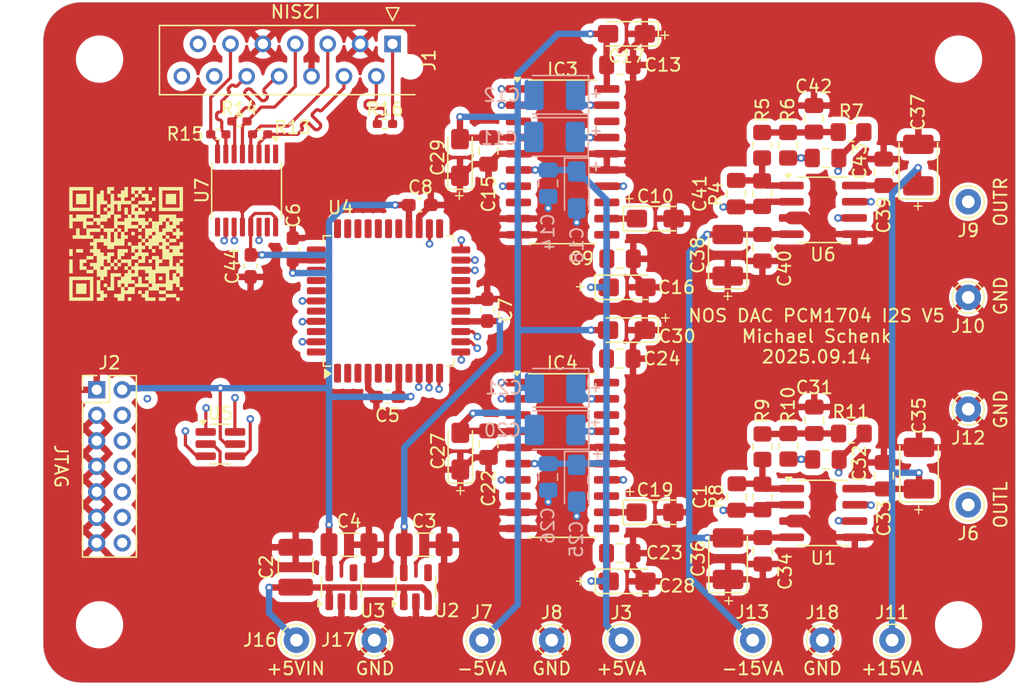
<source format=kicad_pcb>
(kicad_pcb (version 20241229) (generator "pcbnew") (generator_version "9.0")
  (layers (0 "F.Cu" mixed) (4 "In1.Cu" signal) (6 "In2.Cu" signal) (2 "B.Cu" mixed) (13 "F.Paste" user) (15 "B.Paste" user) (5 "F.SilkS" user "F.Silkscreen") (7 "B.SilkS" user "B.Silkscreen") (1 "F.Mask" user) (3 "B.Mask" user) (25 "Edge.Cuts" user))
  (net 0 "")
  (net 1 "GND")
  (net 2 "+3V3")
  (net 3 "+1V8")
  (net 4 "Net-(IC4-IOUT)")
  (net 5 "JTAG_TCK")
  (net 6 "JTAG_TDO")
  (net 7 "JTAG_TDI")
  (net 8 "JTAG_TMS")
  (net 10 "BCK")
  (net 11 "LRCK")
  (net 12 "DATAIN")
  (net 13 "DATAOUTR")
  (net 14 "DATAOUTL")
  (net 15 "+5VA")
  (net 16 "Net-(J16-Pin_1)")
  (net 17 "-5VA")
  (net 18 "-15V")
  (net 19 "+15V")
  (net 20 "Net-(IC4-BPO_DC)")
  (net 21 "Net-(IC4-SERV_DC)")
  (net 22 "LEOUTR")
  (net 23 "CLKOUTR")
  (net 24 "LEOUTL")
  (net 25 "CLKOUTL")
  (net 26 "Net-(C1-Pad2)")
  (net 27 "Net-(IC4-REF_DC)")
  (net 28 "Net-(C31-Pad1)")
  (net 29 "Net-(U1B--)")
  (net 30 "Net-(J6-Pin_1)")
  (net 31 "Net-(C41-Pad2)")
  (net 32 "Net-(C42-Pad1)")
  (net 33 "Net-(J9-Pin_1)")
  (net 34 "Net-(U6B--)")
  (net 35 "SDA")
  (net 38 "Net-(IC3-BPO_DC)")
  (net 39 "Net-(IC3-SERV_DC)")
  (net 40 "SCL")
  (net 42 "Net-(IC3-REF_DC)")
  (net 43 "Net-(IC3-IOUT)")
  (net 76 "RESET")
  (net 81 "/BCLK+")
  (net 82 "/DATAIN-")
  (net 83 "/DATAIN+")
  (net 84 "/MCLK+")
  (net 85 "/MCLK-")
  (net 86 "/LRCLK+")
  (net 87 "/LRCLK-")
  (net 88 "/BCLK-")
  (footprint "MountingHole:MountingHole_3.2mm_M3" (layer "F.Cu") (at 113.03 66.04)
    (property "Reference" "H1" (hide yes))
    (property "Value" "MountingHole")
  )
  (footprint "MountingHole:MountingHole_3.2mm_M3" (layer "F.Cu") (at 113.03 110.363)
    (property "Reference" "H4" (hide yes))
    (property "Value" "MountingHole")
  )
  (footprint "MountingHole:MountingHole_3.2mm_M3" (layer "F.Cu") (at 180.34 110.363)
    (property "Reference" "H3" (hide yes))
    (property "Value" "MountingHole")
  )
  (footprint "MountingHole:MountingHole_3.2mm_M3" (layer "F.Cu") (at 180.34 66.04)
    (property "Reference" "H2" (hide yes))
    (property "Value" "MountingHole")
  )
  (footprint "Capacitor_SMD:C_0603_1608Metric_Pad1.08x0.95mm_HandSolder" (layer "F.Cu") (at 135.5863 92.5068)
    (property "Reference" "C5")
    (property "Value" "1uF")
  )
  (footprint "Package_QFP:TQFP-44_10x10mm_P0.8mm" (layer "F.Cu") (at 135.6764 84.9884 90)
    (property "Reference" "U4")
    (property "Value" "XC2C64A-xVQ44")
  )
  (footprint "Capacitor_SMD:C_0603_1608Metric_Pad1.08x0.95mm_HandSolder" (layer "F.Cu") (at 128.1684 80.9255 -90)
    (property "Reference" "C6")
    (property "Value" "1uF")
  )
  (footprint "Capacitor_SMD:C_0603_1608Metric_Pad1.08x0.95mm_HandSolder" (layer "F.Cu") (at 143.4084 85.7007 -90)
    (property "Reference" "C7")
    (property "Value" "1uF")
  )
  (footprint "Capacitor_SMD:C_0603_1608Metric_Pad1.08x0.95mm_HandSolder" (layer "F.Cu") (at 138.1241 77.47 180)
    (property "Reference" "C8")
    (property "Value" "1uF")
  )
  (footprint "Connector_PinHeader_2.00mm:PinHeader_2x07_P2.00mm_Vertical" (layer "F.Cu") (at 112.808 91.948)
    (property "Reference" "J2")
    (property "Value" "Conn_02x07_Odd_Even")
  )
  (footprint "Package_TO_SOT_SMD:SC-74-6_1.55x2.9mm_P0.95mm" (layer "F.Cu") (at 122.497 96.2025)
    (property "Reference" "U5")
    (property "Value" "CM1293A−04SO")
  )
  (footprint "Connector_Pin:Pin_D1.0mm_L10.0mm" (layer "F.Cu") (at 181.102 84.709)
    (property "Reference" "J10")
    (property "Value" "GND")
  )
  (footprint "Connector_Pin:Pin_D1.0mm_L10.0mm" (layer "F.Cu") (at 175.133 111.5695)
    (property "Reference" "J11")
    (property "Value" "+15VAIN")
  )
  (footprint "Connector_Pin:Pin_D1.0mm_L10.0mm" (layer "F.Cu") (at 164.211 111.5695)
    (property "Reference" "J13")
    (property "Value" "-15VAIN")
  )
  (footprint "Connector_Pin:Pin_D1.0mm_L10.0mm" (layer "F.Cu") (at 169.672 111.5695)
    (property "Reference" "J18")
    (property "Value" "GND")
  )
  (footprint "Capacitor_Tantalum_SMD:CP_EIA-3216-18_Kemet-A_HandSolder" (layer "F.Cu") (at 156.5533 101.5492)
    (property "Reference" "C19")
    (property "Value" "100uF")
  )
  (footprint "Connector_Pin:Pin_D1.0mm_L10.0mm" (layer "F.Cu") (at 181.102 100.965)
    (property "Reference" "J6")
    (property "Value" "OUT")
  )
  (footprint "Connector_Pin:Pin_D1.0mm_L10.0mm" (layer "F.Cu") (at 181.102 93.472)
    (property "Reference" "J12")
    (property "Value" "GND")
  )
  (footprint "Capacitor_SMD:C_0805_2012Metric_Pad1.18x1.45mm_HandSolder" (layer "F.Cu") (at 162.9664 100.3515 90)
    (property "Reference" "C1")
    (property "Value" "47pF")
  )
  (footprint "Capacitor_SMD:C_0805_2012Metric_Pad1.18x1.45mm_HandSolder" (layer "F.Cu") (at 169.037 94.3395 90)
    (property "Reference" "C31")
    (property "Value" "1nF")
  )
  (footprint "Capacitor_SMD:C_0805_2012Metric_Pad1.18x1.45mm_HandSolder" (layer "F.Cu") (at 169.9475 97.409)
    (property "Reference" "C32")
    (property "Value" "270pF")
  )
  (footprint "Capacitor_Tantalum_SMD:CP_EIA-3528-12_Kemet-T_HandSolder" (layer "F.Cu") (at 177.2412 98.0929 90)
    (property "Reference" "C35")
    (property "Value" "10uF/25V")
  )
  (footprint "Capacitor_Tantalum_SMD:CP_EIA-3528-12_Kemet-T_HandSolder" (layer "F.Cu") (at 162.2806 105.1833 90)
    (property "Reference" "C36")
    (property "Value" "10uF/25V")
  )
  (footprint "Resistor_SMD:R_0805_2012Metric_Pad1.20x1.40mm_HandSolder" (layer "F.Cu") (at 164.973 100.346 -90)
    (property "Reference" "R8")
    (property "Value" "2.5k")
  )
  (footprint "Resistor_SMD:R_0805_2012Metric_Pad1.20x1.40mm_HandSolder" (layer "F.Cu") (at 164.973 96.409 -90)
    (property "Reference" "R9")
    (property "Value" "4.7k")
  )
  (footprint "Resistor_SMD:R_0805_2012Metric_Pad1.20x1.40mm_HandSolder" (layer "F.Cu") (at 167.005 96.377 -90)
    (property "Reference" "R10")
    (property "Value" "4.7k")
  )
  (footprint "Resistor_SMD:R_0805_2012Metric_Pad1.20x1.40mm_HandSolder" (layer "F.Cu") (at 171.942 95.377 180)
    (property "Reference" "R11")
    (property "Value" "2k")
  )
  (footprint "Capacitor_SMD:C_0805_2012Metric_Pad1.18x1.45mm_HandSolder" (layer "F.Cu") (at 174.498 98.6829 90)
    (property "Reference" "C33")
    (property "Value" "1uF")
  )
  (footprint "Capacitor_SMD:C_0805_2012Metric_Pad1.18x1.45mm_HandSolder" (layer "F.Cu") (at 164.9984 104.5679 90)
    (property "Reference" "C34")
    (property "Value" "1uF")
  )
  (footprint "Package_SO:SOIC-8_3.9x4.9mm_P1.27mm" (layer "F.Cu") (at 169.737 101.6)
    (property "Reference" "U1")
    (property "Value" "OPA1612")
  )
  (footprint "Capacitor_Tantalum_SMD:CP_EIA-3216-18_Kemet-A_HandSolder" (layer "F.Cu") (at 141.3002 96.7617 90)
    (property "Reference" "C27")
    (property "Value" "10uF/10V")
  )
  (footprint "Capacitor_Tantalum_SMD:CP_EIA-3216-18_Kemet-A_HandSolder" (layer "F.Cu") (at 154.3689 106.9594)
    (property "Reference" "C28")
    (property "Value" "10uF/10V")
  )
  (footprint "Capacitor_Tantalum_SMD:CP_EIA-3216-18_Kemet-A_HandSolder" (layer "F.Cu") (at 154.3181 87.2744 180)
    (property "Reference" "C30")
    (property "Value" "10uF/10V")
  )
  (footprint "Capacitor_Tantalum_SMD:CP_EIA-3216-18_Kemet-A_HandSolder" (layer "F.Cu") (at 154.3689 83.9216)
    (property "Reference" "C16")
    (property "Value" "10uF/10V")
  )
  (footprint "Capacitor_Tantalum_SMD:CP_EIA-3216-18_Kemet-A_HandSolder" (layer "F.Cu") (at 154.3181 64.0588 180)
    (property "Reference" "C17")
    (property "Value" "10uF/10V")
  )
  (footprint "Capacitor_Tantalum_SMD:CP_EIA-3216-18_Kemet-A_HandSolder" (layer "F.Cu") (at 141.2748 73.7493 90)
    (property "Reference" "C29")
    (property "Value" "10uF/10V")
  )
  (footprint "Capacitor_Tantalum_SMD:CP_EIA-3528-12_Kemet-T_HandSolder" (layer "F.Cu") (at 177.1904 74.3439 90)
    (property "Reference" "C37")
    (property "Value" "10uF/25V")
  )
  (footprint "Resistor_SMD:R_0805_2012Metric_Pad1.20x1.40mm_HandSolder" (layer "F.Cu") (at 171.9166 71.755 180)
    (property "Reference" "R7")
    (property "Value" "2k")
  )
  (footprint "Resistor_SMD:R_0805_2012Metric_Pad1.20x1.40mm_HandSolder" (layer "F.Cu") (at 164.9476 76.581 -90)
    (property "Reference" "R4")
    (property "Value" "2.5k")
  )
  (footprint "Capacitor_SMD:C_0805_2012Metric_Pad1.18x1.45mm_HandSolder" (layer "F.Cu") (at 153.8177 81.6864)
    (property "Reference" "C9")
    (property "Value" "1uF")
  )
  (footprint "Capacitor_SMD:C_0805_2012Metric_Pad1.18x1.45mm_HandSolder" (layer "F.Cu") (at 153.7931 89.5096)
    (property "Reference" "C24")
    (property "Value" "1uF")
  )
  (footprint "Package_SO:SOIC-8_3.9x4.9mm_P1.27mm" (layer "F.Cu") (at 169.7101 77.851)
    (property "Reference" "U6")
    (property "Value" "OPA1612")
  )
  (footprint "Capacitor_SMD:C_0805_2012Metric_Pad1.18x1.45mm_HandSolder" (layer "F.Cu") (at 153.7931 104.7496)
    (property "Reference" "C23")
    (property "Value" "1uF")
  )
  (footprint "Capacitor_SMD:C_0805_2012Metric_Pad1.18x1.45mm_HandSolder" (layer "F.Cu") (at 143.51 96.2113 -90)
    (property "Reference" "C22")
    (property "Value" "1uF")
  )
  (footprint "Capacitor_SMD:C_0805_2012Metric_Pad1.18x1.45mm_HandSolder" (layer "F.Cu") (at 143.51 73.2321 -90)
    (property "Reference" "C15")
    (property "Value" "1uF")
  )
  (footprint "Capacitor_SMD:C_0805_2012Metric_Pad1.18x1.45mm_HandSolder" (layer "F.Cu") (at 169.9221 73.787)
    (property "Reference" "C43")
    (property "Value" "270pF")
  )
  (footprint "Resistor_SMD:R_0805_2012Metric_Pad1.20x1.40mm_HandSolder" (layer "F.Cu") (at 164.9476 72.787 -90)
    (property "Reference" "R5")
    (property "Value" "4.7k")
  )
  (footprint "Capacitor_SMD:C_0805_2012Metric_Pad1.18x1.45mm_HandSolder" (layer "F.Cu") (at 169.0116 70.7175 90)
    (property "Reference" "C42")
    (property "Value" "1nF")
  )
  (footprint "Resistor_SMD:R_0805_2012Metric_Pad1.20x1.40mm_HandSolder" (layer "F.Cu") (at 166.9796 72.787 -90)
    (property "Reference" "R6")
    (property "Value" "4.7k")
  )
  (footprint "Capacitor_SMD:C_0805_2012Metric_Pad1.18x1.45mm_HandSolder" (layer "F.Cu") (at 162.9156 76.581 90)
    (property "Reference" "C41")
    (property "Value" "47pF")
  )
  (footprint "Capacitor_SMD:C_0805_2012Metric_Pad1.18x1.45mm_HandSolder" (layer "F.Cu") (at 164.973 80.8181 90)
    (property "Reference" "C40")
    (property "Value" "1uF")
  )
  (footprint "Capacitor_SMD:C_0805_2012Metric_Pad1.18x1.45mm_HandSolder" (layer "F.Cu") (at 153.8009 66.4972)
    (property "Reference" "C13")
    (property "Value" "1uF")
  )
  (footprint "Capacitor_SMD:C_0805_2012Metric_Pad1.18x1.45mm_HandSolder" (layer "F.Cu") (at 174.4726 74.9085 90)
    (property "Reference" "C39")
    (property "Value" "1uF")
  )
  (footprint "Capacitor_Tantalum_SMD:CP_EIA-3528-12_Kemet-T_HandSolder" (layer "F.Cu") (at 162.2552 81.4089 90)
    (property "Reference" "C38")
    (property "Value" "10uF/25V")
  )
  (footprint "Capacitor_Tantalum_SMD:CP_EIA-3216-18_Kemet-A_HandSolder" (layer "F.Cu") (at 156.5779 78.5368)
    (property "Reference" "C10")
    (property "Value" "100uF")
  )
  (footprint "Connector_Pin:Pin_D1.0mm_L10.0mm" (layer "F.Cu") (at 153.924 111.5695)
    (property "Reference" "J3")
    (property "Value" "+5VAIN")
  )
  (footprint "Connector_Pin:Pin_D1.0mm_L10.0mm" (layer "F.Cu") (at 143.002 111.5695)
    (property "Reference" "J7")
    (property "Value" "-5VAIN")
  )
  (footprint "Connector_Pin:Pin_D1.0mm_L10.0mm" (layer "F.Cu") (at 148.463 111.5695)
    (property "Reference" "J8")
    (property "Value" "GND")
  )
  (footprint "Connector_Pin:Pin_D1.0mm_L10.0mm" (layer "F.Cu") (at 181.102 77.216)
    (property "Reference" "J9")
    (property "Value" "OUT")
  )
  (footprint "Connector_Pin:Pin_D1.0mm_L10.0mm" (layer "F.Cu") (at 128.4605 111.5695)
    (property "Reference" "J16")
    (property "Value" "+5VIN")
  )
  (footprint "Connector_Pin:Pin_D1.0mm_L10.0mm" (layer "F.Cu") (at 134.5565 111.5695)
    (property "Reference" "J17")
    (property "Value" "GND")
  )
  (footprint "Package_TO_SOT_SMD:SOT-23-5" (layer "F.Cu") (at 137.8204 107.4215 90)
    (property "Reference" "U2")
    (property "Value" "MIC5317-1.8YM5-TR")
  )
  (footprint "Package_TO_SOT_SMD:SOT-23-5" (layer "F.Cu") (at 131.9834 107.4215 90)
    (property "Reference" "U3")
    (property "Value" "MIC5317-3.3YM5-TR")
  )
  (footprint "Capacitor_SMD:C_1210_3225Metric_Pad1.33x2.70mm_HandSolder" (layer "F.Cu") (at 128.397 105.8541 90)
    (property "Reference" "C2")
    (property "Value" "22uF/25V")
  )
  (footprint "Capacitor_SMD:C_1206_3216Metric_Pad1.33x1.80mm_HandSolder" (layer "F.Cu") (at 138.4685 104.0892)
    (property "Reference" "C3")
    (property "Value" "10uF/50V")
  )
  (footprint "Capacitor_SMD:C_1206_3216Metric_Pad1.33x1.80mm_HandSolder" (layer "F.Cu") (at 132.5757 104.0892)
    (property "Reference" "C4")
    (property "Value" "10uF/50V")
  )
  (footprint "Resistor_SMD:R_0402_1005Metric_Pad0.72x0.64mm_HandSolder" (layer "F.Cu") (at 135.3953 71.12)
    (property "Reference" "R16")
    (property "Value" "100R")
  )
  (footprint "Capacitor_SMD:C_0603_1608Metric_Pad1.08x0.95mm_HandSolder" (layer "F.Cu") (at 124.8664 82.2441 90)
    (property "Reference" "C44")
    (property "Value" "1uF")
  )
  (footprint "Connector_TE-Connectivity:TE_Micro-MaTch_1-215079-4_2x07_P1.27mm_Vertical" (layer "F.Cu") (at 135.9916 64.8462 -90)
    (property "Reference" "J1")
    (property "Value" "Conn_01x15")
  )
  (footprint "Package_SO:TSSOP-16_4.4x5mm_P0.65mm" (layer "F.Cu") (at 124.5518 76.3347 -90)
    (property "Reference" "U7")
    (property "Value" "FIN1048MTCX")
  )
  (footprint "Package_SO:SO-20_5.3x12.6mm_P1.27mm" (layer "F.Cu") (at 149.2931 97.1042)
    (property "Reference" "IC4")
    (property "Value" "PCM1704U")
  )
  (footprint "Resistor_SMD:R_0402_1005Metric_Pad0.72x0.64mm_HandSolder" (layer "F.Cu") (at 123.9907 70.9168)
    (property "Reference" "R14")
    (property "Value" "100R")
  )
  (footprint "LOGO" (layer "F.Cu") (at 115.1128 80.518)
    (property "Reference" "G***" (hide yes))
    (property "Value" "LOGO" (hide yes))
  )
  (footprint "Package_SO:SO-20_5.3x12.6mm_P1.27mm" (layer "F.Cu") (at 149.3177 74.0918)
    (property "Reference" "IC3")
    (property "Value" "PCM1704U")
  )
  (footprint "Resistor_SMD:R_0402_1005Metric_Pad0.72x0.64mm_HandSolder" (layer "F.Cu") (at 125.6163 71.9328)
    (property "Reference" "R13")
    (property "Value" "100R")
  )
  (footprint "Resistor_SMD:R_0402_1005Metric_Pad0.72x0.64mm_HandSolder" (layer "F.Cu") (at 122.3385 71.9328)
    (property "Reference" "R15")
    (property "Value" "100R")
  )
  (footprint "Capacitor_Tantalum_SMD:CP_EIA-3528-21_Kemet-B_HandSolder" (layer "B.Cu") (at 148.7301 95.0976 180)
    (property "Reference" "C20")
    (property "Value" "47uF")
  )
  (footprint "Capacitor_Tantalum_SMD:CP_EIA-3528-21_Kemet-B_HandSolder" (layer "B.Cu") (at 148.7301 91.7956 180)
    (property "Reference" "C21")
    (property "Value" "47uF")
  )
  (footprint "Capacitor_Tantalum_SMD:CP_EIA-3216-18_Kemet-A_HandSolder" (layer "B.Cu") (at 150.4188 99.2755 -90)
    (property "Reference" "C25")
    (property "Value" "10uF/10V")
  )
  (footprint "Capacitor_Tantalum_SMD:CP_EIA-3216-18_Kemet-A_HandSolder" (layer "B.Cu") (at 150.4188 76.2893 -90)
    (property "Reference" "C18")
    (property "Value" "10uF/10V")
  )
  (footprint "Capacitor_SMD:C_0805_2012Metric_Pad1.18x1.45mm_HandSolder" (layer "B.Cu") (at 148.1836 98.7767 -90)
    (property "Reference" "C26")
    (property "Value" "1uF")
  )
  (footprint "Capacitor_SMD:C_0805_2012Metric_Pad1.18x1.45mm_HandSolder" (layer "B.Cu") (at 148.1836 75.7643 -90)
    (property "Reference" "C14")
    (property "Value" "1uF")
  )
  (footprint "Capacitor_Tantalum_SMD:CP_EIA-3528-21_Kemet-B_HandSolder" (layer "B.Cu") (at 148.6793 72.136 180)
    (property "Reference" "C11")
    (property "Value" "47uF")
  )
  (footprint "Capacitor_Tantalum_SMD:CP_EIA-3528-21_Kemet-B_HandSolder" (layer "B.Cu") (at 148.7039 68.834 180)
    (property "Reference" "C12")
    (property "Value" "47uF")
  )
  (gr_line (start 111.6104 61.5696) (end 181.8104 61.5696) (stroke (width 0.05)) (layer "Edge.Cuts"))
  (gr_arc (start 181.8104 61.5696) (mid 183.93172 62.44828) (end 184.8104 64.5696) (stroke (width 0.05)) (layer "Edge.Cuts"))
  (gr_line (start 108.6104 111.9096) (end 108.6104 64.5696) (stroke (width 0.05)) (layer "Edge.Cuts"))
  (gr_arc (start 111.6104 114.9096) (mid 109.48908 114.03092) (end 108.6104 111.9096) (stroke (width 0.05)) (layer "Edge.Cuts"))
  (gr_line (start 181.8104 114.9096) (end 111.6104 114.9096) (stroke (width 0.05)) (layer "Edge.Cuts"))
  (gr_arc (start 184.8104 111.9096) (mid 183.93172 114.03092) (end 181.8104 114.9096) (stroke (width 0.05)) (layer "Edge.Cuts"))
  (gr_arc (start 108.6104 64.5696) (mid 109.48908 62.44828) (end 111.6104 61.5696) (stroke (width 0.05)) (layer "Edge.Cuts"))
  (gr_line (start 184.8104 64.5696) (end 184.8104 111.9096) (stroke (width 0.05)) (layer "Edge.Cuts"))
  (gr_text "I2SIN" (at 128.397 62.2554 180) (layer "F.SilkS") (effects (font (size 1 1))))
  (gr_text "GND" (at 148.463 113.792 0) (layer "F.SilkS") (effects (font (size 1 1))))
  (gr_text "+5VA" (at 153.924 113.792 0) (layer "F.SilkS") (effects (font (size 1 1))))
  (gr_text "GND" (at 169.672 113.792 0) (layer "F.SilkS") (effects (font (size 1 1))))
  (gr_text "-15VA" (at 164.211 113.792 0) (layer "F.SilkS") (effects (font (size 1 1))))
  (gr_text "+15VA" (at 175.133 113.792 0) (layer "F.SilkS") (effects (font (size 1 1))))
  (gr_text "JTAG" (at 110.0074 97.9424 270) (layer "F.SilkS") (effects (font (size 1 1))))
  (gr_text "-5VA" (at 143.002 113.792 0) (layer "F.SilkS") (effects (font (size 1 1))))
  (gr_text "NOS DAC PCM1704 I2S V5\nMichael Schenk\n2025.09.14" (at 169.2148 87.757 0) (layer "F.SilkS") (effects (font (size 1 1))))
  (gr_text "GND" (at 183.642 84.582 90) (layer "F.SilkS") (effects (font (size 1 1))))
  (gr_text "OUTR" (at 183.642 77.216 90) (layer "F.SilkS") (effects (font (size 1 1))))
  (gr_text "GND" (at 183.642 93.472 90) (layer "F.SilkS") (effects (font (size 1 1))))
  (gr_text "OUTL" (at 183.642 100.965 90) (layer "F.SilkS") (effects (font (size 1 1))))
  (gr_text "GND" (at 134.62 113.792 0) (layer "F.SilkS") (effects (font (size 1 1))))
  (gr_text "+" (at 157.3276 64.1096 0) (layer "F.SilkS") (effects (font (size 0.8 0.8) (thickness 0.1))))
  (gr_text "+" (at 154.5336 76.9112 0) (layer "F.SilkS") (effects (font (size 0.8 0.8) (thickness 0.1))))
  (gr_text "+" (at 141.224 76.6826 0) (layer "F.SilkS") (effects (font (size 0.8 0.8) (thickness 0.1))))
  (gr_text "+" (at 150.6982 106.8832 0) (layer "F.SilkS") (effects (font (size 0.8 0.8) (thickness 0.1))))
  (gr_text "+5VIN" (at 128.397 113.792 0) (layer "F.SilkS") (effects (font (size 1 1))))
  (gr_text "+" (at 141.3002 99.7966 0) (layer "F.SilkS") (effects (font (size 0.8 0.8) (thickness 0.1))))
  (gr_text "+" (at 162.2552 84.5566 0) (layer "F.SilkS") (effects (font (size 0.8 0.8) (thickness 0.1))))
  (gr_text "+" (at 157.3784 86.2584 0) (layer "F.SilkS") (effects (font (size 0.8 0.8) (thickness 0.1))))
  (gr_text "+" (at 177.165 77.4954 0) (layer "F.SilkS") (effects (font (size 0.8 0.8) (thickness 0.1))))
  (gr_text "+" (at 154.5844 99.8728 0) (layer "F.SilkS") (effects (font (size 0.8 0.8) (thickness 0.1))))
  (gr_text "+" (at 150.6982 83.82 0) (layer "F.SilkS") (effects (font (size 0.8 0.8) (thickness 0.1))))
  (gr_text "+" (at 177.2158 101.2952 0) (layer "F.SilkS") (effects (font (size 0.8 0.8) (thickness 0.1))))
  (gr_text "+" (at 162.3314 108.4326 0) (layer "F.SilkS") (effects (font (size 0.8 0.8) (thickness 0.1))))
  (gr_text "+" (at 152.654 97.3836 0) (layer "B.SilkS") (effects (font (size 0.8 0.8)) (justify left bottom mirror)))
  (gr_text "+" (at 152.527 74.8792 0) (layer "B.SilkS") (effects (font (size 0.8 0.8)) (justify left bottom mirror)))
  (gr_text "+" (at 152.4762 94.9198 0) (layer "B.SilkS") (effects (font (size 0.8 0.8)) (justify left bottom mirror)))
  (gr_text "+" (at 152.527 69.1642 0) (layer "B.SilkS") (effects (font (size 0.8 0.8)) (justify left bottom mirror)))
  (gr_text "+" (at 152.527 72.0852 0) (layer "B.SilkS") (effects (font (size 0.8 0.8)) (justify left bottom mirror)))
  (gr_text "+" (at 152.5016 92.202 0) (layer "B.SilkS") (effects (font (size 0.8 0.8)) (justify left bottom mirror)))
  (segment (start 145.8552 78.5368) (end 148.1328 78.5368) (width 0.5) (layer "F.Cu") (net 1))
  (segment (start 124.2268 79.1972) (end 124.2268 77.0336) (width 0.25) (layer "F.Cu") (net 1))
  (segment (start 154.8552 81.6864) (end 154.8552 82.8454) (width 0.5) (layer "F.Cu") (net 1))
  (segment (start 142.3756 97.2488) (end 141.3002 98.3242) (width 0.5) (layer "F.Cu") (net 1))
  (segment (start 122.4788 96.806978) (end 122.4788 98.9584) (width 0.25) (layer "F.Cu") (net 1))
  (segment (start 138.0764 78.3802) (end 138.9866 77.47) (width 0.5) (layer "F.Cu") (net 1))
  (segment (start 152.7556 97.7392) (end 150.5204 97.7392) (width 0.5) (layer "F.Cu") (net 1))
  (segment (start 121.874322 96.2025) (end 122.4788 96.806978) (width 0.25) (layer "F.Cu") (net 1))
  (segment (start 145.8306 101.5492) (end 147.9804 101.5492) (width 0.5) (layer "F.Cu") (net 1))
  (segment (start 167.2351 78.486) (end 168.210099 78.486) (width 1) (layer "F.Cu") (net 1))
  (segment (start 145.8552 78.5368) (end 143.3068 78.5368) (width 0.5) (layer "F.Cu") (net 1))
  (segment (start 154.8892 73.4568) (end 154.94 73.406) (width 0.5) (layer "F.Cu") (net 1))
  (segment (start 134.0764 90.6884) (end 134.0764 91.8594) (width 0.5) (layer "F.Cu") (net 1))
  (segment (start 145.8306 96.4692) (end 148.209 96.4692) (width 0.5) (layer "F.Cu") (net 1))
  (segment (start 167.262 102.235) (end 168.236999 102.235) (width 1) (layer "F.Cu") (net 1))
  (segment (start 145.8552 73.4568) (end 144.3228 73.4568) (width 0.5) (layer "F.Cu") (net 1))
  (segment (start 143.51 76.1492) (end 142.7734 76.8858) (width 0.5) (layer "F.Cu") (net 1))
  (segment (start 145.8552 79.8068) (end 148.082 79.8068) (width 0.5) (layer "F.Cu") (net 1))
  (segment (start 154.8384 65.101) (end 155.8806 64.0588) (width 0.5) (layer "F.Cu") (net 1))
  (segment (start 124.2268 77.0336) (end 124.079 76.8858) (width 0.25) (layer "F.Cu") (net 1))
  (segment (start 154.7368 97.7392) (end 154.7876 97.79) (width 0.5) (layer "F.Cu") (net 1))
  (segment (start 145.8306 96.4692) (end 144.2896 96.4692) (width 0.5) (layer "F.Cu") (net 1))
  (segment (start 154.8306 88.3244) (end 155.8806 87.2744) (width 0.5) (layer "F.Cu") (net 1))
  (segment (start 150.5204 97.7392) (end 150.4696 97.6884) (width 0.5) (layer "F.Cu") (net 1))
  (segment (start 143.2582 84.9884) (end 143.4084 84.8382) (width 0.5) (layer "F.Cu") (net 1))
  (segment (start 131.9834 108.559) (end 131.9834 110.3834) (width 0.5) (layer "F.Cu") (net 1))
  (segment (start 143.51 97.2488) (end 142.3756 97.2488) (width 0.5) (layer "F.Cu") (net 1))
  (segment (start 145.8552 73.4568) (end 148.1836 73.4568) (width 0.5) (layer "F.Cu") (net 1))
  (segment (start 154.8384 66.4972) (end 154.8384 65.101) (width 0.5) (layer "F.Cu") (net 1))
  (segment (start 168.210099 78.486) (end 169.7736 80.049501) (width 1) (layer "F.Cu") (net 1))
  (segment (start 137.8204 108.559) (end 137.8204 110.0328) (width 0.5) (layer "F.Cu") (net 1))
  (segment (start 144.2896 96.4692) (end 143.51 97.2488) (width 0.5) (layer "F.Cu") (net 1))
  (segment (start 168.236999 102.235) (end 169.7228 103.720801) (width 1) (layer "F.Cu") (net 1))
  (segment (start 129.6416 62.7888) (end 129.5908 62.738) (width 0.5) (layer "F.Cu") (net 1))
  (segment (start 144.3228 73.4568) (end 143.51 74.2696) (width 0.5) (layer "F.Cu") (net 1))
  (segment (start 121.347 96.2025) (end 121.874322 96.2025) (width 0.25) (layer "F.Cu") (net 1))
  (segment (start 154.8552 82.8454) (end 155.9314 83.9216) (width 0.5) (layer "F.Cu") (net 1))
  (segment (start 145.8306 101.5492) (end 143.4592 101.5492) (width 0.5) (layer "F.Cu") (net 1))
  (segment (start 152.7556 96.4692) (end 150.6728 96.4692) (width 0.5) (layer "F.Cu") (net 1))
  (segment (start 148.209 96.4692) (end 148.2344 96.4438) (width 0.5) (layer "F.Cu") (net 1))
  (segment (start 143.51 99.1616) (end 142.6972 99.9744) (width 0.5) (layer "F.Cu") (net 1))
  (segment (start 137.8204 110.0328) (end 138.4808 110.6932) (width 0.5) (layer "F.Cu") (net 1))
  (segment (start 169.7736 80.049501) (end 169.7736 81.1784) (width 1) (layer "F.Cu") (net 1))
  (segment (start 152.7802 74.7268) (end 150.7236 74.7268) (width 0.5) (layer "F.Cu") (net 1))
  (segment (start 152.7556 97.7392) (end 154.7368 97.7392) (width 0.5) (layer "F.Cu") (net 1))
  (segment (start 147.6756 102.8192) (end 147.7264 102.87) (width 0.5) (layer "F.Cu") (net 1))
  (segment (start 152.7802 73.4568) (end 154.8892 73.4568) (width 0.5) (layer "F.Cu") (net 1))
  (segment (start 152.7802 73.4568) (end 150.7236 73.4568) (width 0.5) (layer "F.Cu") (net 1))
  (segment (start 154.8306 105.8586) (end 155.9314 106.9594) (width 0.5) (layer "F.Cu") (net 1))
  (segment (start 141.3764 84.9884) (end 143.2582 84.9884) (width 0.5) (layer "F.Cu") (net 1))
  (segment (start 143.51 74.2696) (end 143.51 76.1492) (width 0.5) (layer "F.Cu") (net 1))
  (segment (start 154.8306 104.7496) (end 154.8306 105.8586) (width 0.5) (layer "F.Cu") (net 1))
  (segment (start 145.8306 102.8192) (end 147.6756 102.8192) (width 0.5) (layer "F.Cu") (net 1))
  (segment (start 131.9834 110.3834) (end 131.5212 110.8456) (width 0.5) (layer "F.Cu") (net 1))
  (segment (start 142.317 74.2696) (end 141.2748 75.3118) (width 0.5) (layer "F.Cu") (net 1))
  (segment (start 138.0764 79.2884) (end 138.0764 78.3802) (width 0.5) (layer "F.Cu") (net 1))
  (segment (start 145.8552 79.8068) (end 143.3068 79.8068) (width 0.5) (layer "F.Cu") (net 1))
  (segment (start 152.7802 74.7268) (end 154.686 74.7268) (width 0.5) (layer "F.Cu") (net 1))
  (segment (start 143.51 74.2696) (end 142.317 74.2696) (width 0.5) (layer "F.Cu") (net 1))
  (segment (start 143.51 97.2488) (end 143.51 99.1616) (width 0.5) (layer "F.Cu") (net 1))
  (segment (start 134.0764 91.8594) (end 134.7238 92.5068) (width 0.5) (layer "F.Cu") (net 1))
  (segment (start 152.7556 96.4692) (end 154.8892 96.4692) (width 0.5) (layer "F.Cu") (net 1))
  (segment (start 154.8306 89.5096) (end 154.8306 88.3244) (width 0.5) (layer "F.Cu") (net 1))
  (segment (start 129.6416 67.3862) (end 129.6416 62.7888) (width 0.5) (layer "F.Cu") (net 1))
  (segment (start 169.7228 103.720801) (end 169.7228 105.918) (width 1) (layer "F.Cu") (net 1))
  (segment (start 154.686 74.7268) (end 154.7368 74.7776) (width 0.5) (layer "F.Cu") (net 1))
  (segment (start 145.8306 102.8192) (end 143.6116 102.8192) (width 0.5) (layer "F.Cu") (net 1))
  (via (at 148.1836 100.7364) (size 0.6) (drill 0.3) (layers "F.Cu" "B.Cu") (net 1))
  (via (at 148.1836 77.724) (size 0.6) (drill 0.3) (layers "F.Cu" "B.Cu") (net 1))
  (via (at 150.4188 101.854) (size 0.6) (drill 0.3) (layers "F.Cu" "B.Cu") (net 1))
  (via (at 150.4188 78.8416) (size 0.6) (drill 0.3) (layers "F.Cu" "B.Cu") (net 1))
  (segment (start 148.1836 99.8142) (end 148.1836 100.7364) (width 0.5) (layer "B.Cu") (net 1))
  (segment (start 150.4188 100.838) (end 150.4188 101.854) (width 0.5) (layer "B.Cu") (net 1))
  (segment (start 150.4188 77.8518) (end 150.4188 78.8416) (width 0.5) (layer "B.Cu") (net 1))
  (segment (start 148.1836 76.8018) (end 148.1836 77.724) (width 0.5) (layer "B.Cu") (net 1))
  (segment (start 122.4915 95.772) (end 122.4915 91.8347) (width 0.25) (layer "F.Cu") (net 2))
  (segment (start 124.8664 81.3816) (end 124.8664 79.2076) (width 0.25) (layer "F.Cu") (net 2))
  (segment (start 122.4915 91.8347) (end 122.5042 91.822) (width 0.25) (layer "F.Cu") (net 2))
  (segment (start 128.1688 81.7884) (end 128.1684 81.788) (width 0.5) (layer "F.Cu") (net 2))
  (segment (start 126.8268 78.459701) (end 126.500799 78.1337) (width 0.25) (layer "F.Cu") (net 2))
  (segment (start 126.8268 79.1972) (end 126.8268 78.459701) (width 0.25) (layer "F.Cu") (net 2))
  (segment (start 137.392842 92.5068) (end 137.418242 92.4814) (width 0.5) (layer "F.Cu") (net 2))
  (segment (start 131.0334 106.284) (end 131.0334 104.1094) (width 0.5) (layer "F.Cu") (net 2))
  (segment (start 131.0132 104.0892) (end 131.0132 102.5144) (width 0.5) (layer "F.Cu") (net 2))
  (segment (start 136.4764 92.4792) (end 136.4488 92.5068) (width 0.5) (layer "F.Cu") (net 2))
  (segment (start 137.2764 79.2884) (end 137.2764 77.4848) (width 0.5) (layer "F.Cu") (net 2))
  (segment (start 125.202801 78.1337) (end 124.8768 78.459701) (width 0.25) (layer "F.Cu") (net 2))
  (segment (start 129.9764 81.7884) (end 128.1688 81.7884) (width 0.5) (layer "F.Cu") (net 2))
  (segment (start 136.4488 92.5068) (end 137.392842 92.5068) (width 0.5) (layer "F.Cu") (net 2))
  (segment (start 126.500799 78.1337) (end 125.202801 78.1337) (width 0.25) (layer "F.Cu") (net 2))
  (segment (start 128.1684 81.788) (end 128.1684 82.804) (width 0.5) (layer "F.Cu") (net 2))
  (segment (start 122.922 96.2025) (end 122.4915 95.772) (width 0.25) (layer "F.Cu") (net 2))
  (segment (start 124.8664 79.2076) (end 124.8768 79.1972) (width 0.25) (layer "F.Cu") (net 2))
  (segment (start 136.1948 77.47) (end 137.2616 77.47) (width 0.5) (layer "F.Cu") (net 2))
  (segment (start 123.6345 96.2025) (end 122.922 96.2025) (width 0.25) (layer "F.Cu") (net 2))
  (segment (start 131.0334 104.1094) (end 131.0132 104.0892) (width 0.5) (layer "F.Cu") (net 2))
  (segment (start 125.7554 81.3816) (end 124.8664 81.3816) (width 0.5) (layer "F.Cu") (net 2))
  (segment (start 136.4764 90.6884) (end 136.4764 92.4792) (width 0.5) (layer "F.Cu") (net 2))
  (segment (start 124.8768 78.459701) (end 124.8768 79.1972) (width 0.25) (layer "F.Cu") (net 2))
  (segment (start 137.2764 77.4848) (end 137.2616 77.47) (width 0.5) (layer "F.Cu") (net 2))
  (via (at 125.7554 81.3816) (size 0.6) (drill 0.3) (layers "F.Cu" "B.Cu") (net 2))
  (via (at 136.1948 77.47) (size 0.6) (drill 0.3) (layers "F.Cu" "B.Cu") (net 2))
  (via (at 131.0132 102.5144) (size 0.6) (drill 0.3) (layers "F.Cu" "B.Cu") (net 2))
  (via (at 137.418242 92.4814) (size 0.6) (drill 0.3) (layers "F.Cu" "B.Cu") (net 2))
  (via (at 122.5042 91.822) (size 0.6) (drill 0.3) (layers "F.Cu" "B.Cu") (net 2))
  (via (at 128.1684 82.804) (size 0.6) (drill 0.3) (layers "F.Cu" "B.Cu") (net 2))
  (segment (start 131.0132 91.9226) (end 131.0132 82.804) (width 0.5) (layer "B.Cu") (net 2))
  (segment (start 130.9126 91.822) (end 122.5042 91.822) (width 0.5) (layer "B.Cu") (net 2))
  (segment (start 137.392842 92.5068) (end 131.0132 92.5068) (width 0.5) (layer "B.Cu") (net 2))
  (segment (start 114.934 91.822) (end 114.808 91.948) (width 0.5) (layer "B.Cu") (net 2))
  (segment (start 132.334 77.47) (end 136.1948 77.47) (width 0.5) (layer "B.Cu") (net 2))
  (segment (start 131.0132 91.9226) (end 130.9126 91.822) (width 0.5) (layer "B.Cu") (net 2))
  (segment (start 131.0132 82.804) (end 131.0132 81.3816) (width 0.5) (layer "B.Cu") (net 2))
  (segment (start 131.0132 102.5144) (end 131.0132 92.5068) (width 0.5) (layer "B.Cu") (net 2))
  (segment (start 131.0132 81.3816) (end 131.0132 78.7908) (width 0.5) (layer "B.Cu") (net 2))
  (segment (start 131.0132 92.5068) (end 131.0132 91.9226) (width 0.5) (layer "B.Cu") (net 2))
  (segment (start 125.7554 81.3816) (end 131.0132 81.3816) (width 0.5) (layer "B.Cu") (net 2))
  (segment (start 137.418242 92.4814) (end 137.392842 92.5068) (width 0.5) (layer "B.Cu") (net 2))
  (segment (start 128.1684 82.804) (end 131.0132 82.804) (width 0.5) (layer "B.Cu") (net 2))
  (segment (start 131.0132 78.7908) (end 132.334 77.47) (width 0.5) (layer "B.Cu") (net 2))
  (segment (start 122.5042 91.822) (end 114.934 91.822) (width 0.5) (layer "B.Cu") (net 2))
  (segment (start 136.906 104.0892) (end 136.906 102.6668) (width 0.5) (layer "F.Cu") (net 3))
  (segment (start 136.8704 106.284) (end 136.8704 104.1248) (width 0.5) (layer "F.Cu") (net 3))
  (segment (start 144.399 86.5632) (end 143.4084 86.5632) (width 0.5) (layer "F.Cu") (net 3))
  (segment (start 141.3764 86.5884) (end 143.3832 86.5884) (width 0.5) (layer "F.Cu") (net 3))
  (segment (start 136.8704 104.1248) (end 136.906 104.0892) (width 0.5) (layer "F.Cu") (net 3))
  (segment (start 143.3832 86.5884) (end 143.4084 86.5632) (width 0.5) (layer "F.Cu") (net 3))
  (via (at 144.399 86.5632) (size 0.6) (drill 0.3) (layers "F.Cu" "B.Cu") (net 3))
  (via (at 136.906 102.6668) (size 0.6) (drill 0.3) (layers "F.Cu" "B.Cu") (net 3))
  (segment (start 136.906 102.6668) (end 136.906 96.473925) (width 0.5) (layer "B.Cu") (net 3))
  (segment (start 136.906 96.473925) (end 144.399 88.980925) (width 0.5) (layer "B.Cu") (net 3))
  (segment (start 144.399 88.980925) (end 144.399 86.5632) (width 0.5) (layer "B.Cu") (net 3))
  (segment (start 161.9074 101.389) (end 161.8996 101.3968) (width 0.5) (layer "F.Cu") (net 4))
  (segment (start 163.0094 101.346) (end 162.9664 101.389) (width 0.5) (layer "F.Cu") (net 4))
  (segment (start 167.262 100.965) (end 165.354 100.965) (width 0.5) (layer "F.Cu") (net 4))
  (segment (start 162.9664 101.389) (end 161.9074 101.389) (width 0.5) (layer "F.Cu") (net 4))
  (segment (start 164.973 101.346) (end 163.0094 101.346) (width 0.5) (layer "F.Cu") (net 4))
  (segment (start 165.354 100.965) (end 164.973 101.346) (width 0.5) (layer "F.Cu") (net 4))
  (segment (start 152.7556 99.0092) (end 154.0764 99.0092) (width 0.5) (layer "F.Cu") (net 4))
  (via (at 161.8996 101.3968) (size 0.6) (drill 0.3) (layers "F.Cu" "B.Cu") (net 4))
  (via (at 154.0764 99.0092) (size 0.6) (drill 0.3) (layers "F.Cu" "B.Cu") (net 4))
  (segment (start 139.6338 90.731) (end 139.6764 90.6884) (width 0.25) (layer "F.Cu") (net 5))
  (segment (start 124.841 96.6585) (end 124.841 94.234) (width 0.25) (layer "F.Cu") (net 5))
  (segment (start 123.6345 97.1525) (end 124.347 97.1525) (width 0.25) (layer "F.Cu") (net 5))
  (segment (start 139.6338 91.8972) (end 139.6338 90.731) (width 0.25) (layer "F.Cu") (net 5))
  (segment (start 124.347 97.1525) (end 124.841 96.6585) (width 0.25) (layer "F.Cu") (net 5))
  (via (at 124.841 94.234) (size 0.6) (drill 0.3) (layers "F.Cu" "B.Cu") (net 5))
  (via (at 139.6338 91.8972) (size 0.6) (drill 0.3) (layers "F.Cu" "B.Cu") (net 5))
  (segment (start 138.8872 80.518) (end 138.8872 79.2992) (width 0.25) (layer "F.Cu") (net 6))
  (segment (start 121.3595 97.1525) (end 120.647 97.1525) (width 0.25) (layer "F.Cu") (net 6))
  (segment (start 119.761 96.2665) (end 119.761 95.1865) (width 0.25) (layer "F.Cu") (net 6))
  (segment (start 120.647 97.1525) (end 119.761 96.2665) (width 0.25) (layer "F.Cu") (net 6))
  (via (at 138.8872 80.518) (size 0.6) (drill 0.3) (layers "F.Cu" "B.Cu") (net 6))
  (via (at 119.761 95.1865) (size 0.6) (drill 0.3) (layers "F.Cu" "B.Cu") (net 6))
  (segment (start 123.6345 92.583) (end 123.6445 92.573) (width 0.25) (layer "F.Cu") (net 7))
  (segment (start 138.0764 91.707434) (end 138.043242 91.740592) (width 0.25) (layer "F.Cu") (net 7))
  (segment (start 123.6345 95.2525) (end 123.6345 92.583) (width 0.25) (layer "F.Cu") (net 7))
  (segment (start 138.0764 90.6884) (end 138.0764 91.707434) (width 0.25) (layer "F.Cu") (net 7))
  (via (at 116.7765 92.6465) (size 0.6) (drill 0.3) (layers "F.Cu" "B.Cu") (net 7))
  (via (at 138.043242 91.740592) (size 0.6) (drill 0.3) (layers "F.Cu" "B.Cu") (net 7))
  (via (at 123.6445 92.573) (size 0.6) (drill 0.3) (layers "F.Cu" "B.Cu") (net 7))
  (segment (start 138.8764 91.747402) (end 138.842192 91.78161) (width 0.25) (layer "F.Cu") (net 8))
  (segment (start 138.8764 90.6884) (end 138.8764 91.747402) (width 0.25) (layer "F.Cu") (net 8))
  (segment (start 121.3595 93.3975) (end 121.383997 93.373003) (width 0.25) (layer "F.Cu") (net 8))
  (segment (start 121.3595 95.2525) (end 121.3595 93.3975) (width 0.25) (layer "F.Cu") (net 8))
  (via (at 121.383997 93.373003) (size 0.6) (drill 0.3) (layers "F.Cu" "B.Cu") (net 8))
  (via (at 138.842192 91.78161) (size 0.6) (drill 0.3) (layers "F.Cu" "B.Cu") (net 8))
  (segment (start 128.9308 88.1884) (end 128.9304 88.1888) (width 0.25) (layer "F.Cu") (net 10))
  (segment (start 129.9764 88.1884) (end 128.9308 88.1884) (width 0.25) (layer "F.Cu") (net 10))
  (segment (start 125.5268 79.1972) (end 125.5268 80.2386) (width 0.25) (layer "F.Cu") (net 10))
  (via (at 125.5268 80.2386) (size 0.6) (drill 0.3) (layers "F.Cu" "B.Cu") (net 10))
  (via (at 128.9304 88.1888) (size 0.6) (drill 0.3) (layers "F.Cu" "B.Cu") (net 10))
  (segment (start 128.956 86.5884) (end 128.9304 86.614) (width 0.25) (layer "F.Cu") (net 11))
  (segment (start 122.9268 80.135898) (end 122.796404 80.266294) (width 0.25) (layer "F.Cu") (net 11))
  (segment (start 129.9764 86.5884) (end 128.956 86.5884) (width 0.25) (layer "F.Cu") (net 11))
  (segment (start 122.9268 79.1972) (end 122.9268 80.135898) (width 0.25) (layer "F.Cu") (net 11))
  (via (at 122.796404 80.266294) (size 0.6) (drill 0.3) (layers "F.Cu" "B.Cu") (net 11))
  (via (at 128.9304 86.614) (size 0.6) (drill 0.3) (layers "F.Cu" "B.Cu") (net 11))
  (segment (start 129.9764 84.9884) (end 128.9304 84.9884) (width 0.25) (layer "F.Cu") (net 12))
  (segment (start 123.5768 79.1972) (end 123.5768 80.2444) (width 0.25) (layer "F.Cu") (net 12))
  (segment (start 123.5768 80.2444) (end 123.5964 80.264) (width 0.25) (layer "F.Cu") (net 12))
  (via (at 128.9304 84.9884) (size 0.6) (drill 0.3) (layers "F.Cu" "B.Cu") (net 12))
  (via (at 123.5964 80.264) (size 0.6) (drill 0.3) (layers "F.Cu" "B.Cu") (net 12))
  (segment (start 141.3764 80.9884) (end 141.3764 80.2132) (width 0.25) (layer "F.Cu") (net 13))
  (segment (start 145.8552 68.3768) (end 144.526 68.3768) (width 0.25) (layer "F.Cu") (net 13))
  (via (at 144.526 68.3768) (size 0.6) (drill 0.3) (layers "F.Cu" "B.Cu") (net 13))
  (via (at 141.3764 80.2132) (size 0.6) (drill 0.3) (layers "F.Cu" "B.Cu") (net 13))
  (segment (start 145.8306 91.3892) (end 144.526 91.3892) (width 0.25) (layer "F.Cu") (net 14))
  (segment (start 141.3764 87.3884) (end 142.2524 87.3884) (width 0.25) (layer "F.Cu") (net 14))
  (segment (start 142.2524 87.3884) (end 142.6464 87.7824) (width 0.25) (layer "F.Cu") (net 14))
  (via (at 144.526 91.3892) (size 0.6) (drill 0.3) (layers "F.Cu" "B.Cu") (net 14))
  (via (at 142.6464 87.7824) (size 0.6) (drill 0.3) (layers "F.Cu" "B.Cu") (net 14))
  (segment (start 152.8064 83.9216) (end 151.5364 83.9216) (width 0.5) (layer "F.Cu") (net 15))
  (segment (start 152.8064 83.9216) (end 152.8064 81.7126) (width 0.5) (layer "F.Cu") (net 15))
  (segment (start 152.8064 106.9594) (end 152.8064 104.8004) (width 0.5) (layer "F.Cu") (net 15))
  (segment (start 152.7802 79.8068) (end 152.7802 81.6864) (width 0.5) (layer "F.Cu") (net 15))
  (segment (start 145.8306 97.7392) (end 147.1168 97.7392) (width 0.5) (layer "F.Cu") (net 15))
  (segment (start 152.8064 106.9594) (end 151.5872 106.9594) (width 0.5) (layer "F.Cu") (net 15))
  (segment (start 152.8064 81.7126) (end 152.7802 81.6864) (width 0.5) (layer "F.Cu") (net 15))
  (segment (start 151.5872 106.9594) (end 151.5618 106.934) (width 0.5) (layer "F.Cu") (net 15))
  (segment (start 152.8064 104.8004) (end 152.7556 104.7496) (width 0.5) (layer "F.Cu") (net 15))
  (segment (start 145.8552 74.7268) (end 147.1676 74.7268) (width 0.5) (layer "F.Cu") (net 15))
  (segment (start 152.7556 104.7496) (end 152.7556 102.8192) (width 0.5) (layer "F.Cu") (net 15))
  (via (at 151.5364 83.9216) (size 0.6) (drill 0.3) (layers "F.Cu" "B.Cu") (net 15))
  (via (at 151.5618 106.934) (size 0.6) (drill 0.3) (layers "F.Cu" "B.Cu") (net 15))
  (via (at 147.1676 74.7268) (size 0.6) (drill 0.3) (layers "F.Cu" "B.Cu") (net 15))
  (via (at 147.1168 97.7392) (size 0.6) (drill 0.3) (layers "F.Cu" "B.Cu") (net 15))
  (segment (start 152.7294 106.9086) (end 152.7294 110.3749) (width 0.5) (layer "B.Cu") (net 15))
  (segment (start 147.1676 74.7268) (end 148.1836 74.7268) (width 0.5) (layer "B.Cu") (net 15))
  (segment (start 152.704 106.934) (end 152.7294 106.9086) (width 0.5) (layer "B.Cu") (net 15))
  (segment (start 151.5364 83.9216) (end 152.7556 83.9216) (width 0.5) (layer "B.Cu") (net 15))
  (segment (start 150.4188 74.7268) (end 148.1836 74.7268) (width 0.5) (layer "B.Cu") (net 15))
  (segment (start 152.7294 110.3749) (end 153.924 111.5695) (width 0.5) (layer "B.Cu") (net 15))
  (segment (start 151.5618 106.934) (end 152.704 106.934) (width 0.5) (layer "B.Cu") (net 15))
  (segment (start 152.7556 97.7392) (end 152.7556 84.328) (width 0.5) (layer "B.Cu") (net 15))
  (segment (start 152.7294 97.713) (end 152.7556 97.7392) (width 0.5) (layer "B.Cu") (net 15))
  (segment (start 152.7556 77.0636) (end 150.4188 74.7268) (width 0.5) (layer "B.Cu") (net 15))
  (segment (start 152.7556 83.9216) (end 152.7556 77.0636) (width 0.5) (layer "B.Cu") (net 15))
  (segment (start 150.4188 97.713) (end 152.7294 97.713) (width 0.5) (layer "B.Cu") (net 15))
  (segment (start 147.1168 97.7392) (end 148.1836 97.7392) (width 0.5) (layer "B.Cu") (net 15))
  (segment (start 150.3926 97.7392) (end 150.4188 97.713) (width 0.5) (layer "B.Cu") (net 15))
  (segment (start 152.7556 84.328) (end 152.7556 83.9216) (width 0.5) (layer "B.Cu") (net 15))
  (segment (start 152.7294 97.713) (end 152.7294 106.9086) (width 0.5) (layer "B.Cu") (net 15))
  (segment (start 148.1836 97.7392) (end 150.3926 97.7392) (width 0.5) (layer "B.Cu") (net 15))
  (segment (start 132.8928 107.442) (end 131.0132 107.442) (width 0.5) (layer "F.Cu") (net 16))
  (segment (start 136.8044 107.442) (end 132.8928 107.442) (width 0.5) (layer "F.Cu") (net 16))
  (segment (start 138.7704 108.559) (end 138.7704 107.896501) (width 0.5) (layer "F.Cu") (net 16))
  (segment (start 138.315899 107.442) (end 136.8044 107.442) (width 0.5) (layer "F.Cu") (net 16))
  (segment (start 136.8704 107.508) (end 136.8044 107.442) (width 0.5) (layer "F.Cu") (net 16))
  (segment (start 132.9334 108.559) (end 132.9334 107.4826) (width 0.5) (layer "F.Cu") (net 16))
  (segment (start 138.7704 107.896501) (end 138.315899 107.442) (width 0.5) (layer "F.Cu") (net 16))
  (segment (start 131.0334 107.4622) (end 131.0132 107.442) (width 0.5) (layer "F.Cu") (net 16))
  (segment (start 136.8704 108.559) (end 136.8704 107.508) (width 0.5) (layer "F.Cu") (net 16))
  (segment (start 128.397 107.442) (end 126.3142 107.442) (width 0.5) (layer "F.Cu") (net 16))
  (segment (start 132.9334 107.4826) (end 132.8928 107.442) (width 0.5) (layer "F.Cu") (net 16))
  (segment (start 131.0334 108.559) (end 131.0334 107.4622) (width 0.5) (layer "F.Cu") (net 16))
  (segment (start 128.397 107.442) (end 131.0132 107.442) (width 0.5) (layer "F.Cu") (net 16))
  (via (at 126.3142 107.442) (size 0.6) (drill 0.3) (layers "F.Cu" "B.Cu") (net 16))
  (segment (start 126.3142 109.4232) (end 128.4605 111.5695) (width 0.5) (layer "B.Cu") (net 16))
  (segment (start 126.3142 107.442) (end 126.3142 109.4232) (width 0.5) (layer "B.Cu") (net 16))
  (segment (start 141.3256 95.1738) (end 141.3002 95.1992) (width 0.5) (layer "F.Cu") (net 17))
  (segment (start 145.8306 95.1992) (end 143.5354 95.1992) (width 0.5) (layer "F.Cu") (net 17))
  (segment (start 152.7556 87.2744) (end 151.5364 87.2744) (width 0.5) (layer "F.Cu") (net 17))
  (segment (start 152.7634 66.4972) (end 152.7634 64.0666) (width 0.5) (layer "F.Cu") (net 17))
  (segment (start 152.7556 91.3892) (end 152.7556 89.5096) (width 0.5) (layer "F.Cu") (net 17))
  (segment (start 152.7556 87.2744) (end 152.7556 89.5096) (width 0.5) (layer "F.Cu") (net 17))
  (segment (start 152.7556 64.0588) (end 151.4856 64.0588) (width 0.5) (layer "F.Cu") (net 17))
  (segment (start 141.3002 95.1992) (end 141.3002 94.7928) (width 0.5) (layer "F.Cu") (net 17))
  (segment (start 143.51 95.1738) (end 141.3256 95.1738) (width 0.5) (layer "F.Cu") (net 17))
  (segment (start 141.3002 94.7928) (end 142.2908 93.8022) (width 0.5) (layer "F.Cu") (net 17))
  (segment (start 152.7802 66.514) (end 152.7634 66.4972) (width 0.5) (layer "F.Cu") (net 17))
  (segment (start 145.8552 72.1868) (end 143.5178 72.1868) (width 0.5) (layer "F.Cu") (net 17))
  (segment (start 152.7802 68.3768) (end 152.7802 66.514) (width 0.5) (layer "F.Cu") (net 17))
  (segment (start 143.5178 72.1868) (end 143.51 72.1946) (width 0.5) (layer "F.Cu") (net 17))
  (segment (start 141.2826 72.1946) (end 141.2748 72.1868) (width 0.5) (layer "F.Cu") (net 17))
  (segment (start 152.7634 64.0666) (end 152.7556 64.0588) (width 0.5) (layer "F.Cu") (net 17))
  (segment (start 141.2748 72.1868) (end 141.2748 70.5612) (width 0.5) (layer "F.Cu") (net 17))
  (segment (start 143.51 72.1946) (end 141.2826 72.1946) (width 0.5) (layer "F.Cu") (net 17))
  (segment (start 143.5354 95.1992) (end 143.51 95.1738) (width 0.5) (layer "F.Cu") (net 17))
  (via (at 142.2908 93.8022) (size 0.6) (drill 0.3) (layers "F.Cu" "B.Cu") (net 17))
  (via (at 141.2748 70.5612) (size 0.6) (drill 0.3) (layers "F.Cu" "B.Cu") (net 17))
  (via (at 151.4856 64.0588) (size 0.6) (drill 0.3) (layers "F.Cu" "B.Cu") (net 17))
  (via (at 151.5364 87.2744) (size 0.6) (drill 0.3) (layers "F.Cu" "B.Cu") (net 17))
  (segment (start 145.796 72.1868) (end 145.796 87.2744) (width 0.5) (layer "B.Cu") (net 17))
  (segment (start 147.1414 69.6468) (end 145.8468 69.6468) (width 0.5) (layer "B.Cu") (net 17))
  (segment (start 145.796 67.2084) (end 145.796 69.596) (width 0.5) (layer "B.Cu") (net 17))
  (segment (start 145.796 93.7514) (end 145.796 95.1484) (width 0.5) (layer "B.Cu") (net 17))
  (segment (start 145.796 91.7956) (end 145.796 93.7514) (width 0.5) (layer "B.Cu") (net 17))
  (segment (start 145.796 108.7755) (end 143.002 111.5695) (width 0.5) (layer "B.Cu") (net 17))
  (segment (start 151.5364 87.2744) (end 145.796 87.2744) (width 0.5) (layer "B.Cu") (net 17))
  (segment (start 145.8468 69.6468) (end 145.796 69.596) (width 0.5) (layer "B.Cu") (net 17))
  (segment (start 145.796 70.5612) (end 145.796 72.1868) (width 0.5) (layer "B.Cu") (net 17))
  (segment (start 145.796 95.1484) (end 145.796 108.7755) (width 0.5) (layer "B.Cu") (net 17))
  (segment (start 141.2748 70.5612) (end 145.796 70.5612) (width 0.5) (layer "B.Cu") (net 17))
  (segment (start 145.796 69.596) (end 145.796 70.5612) (width 0.5) (layer "B.Cu") (net 17))
  (segment (start 151.4856 64.0588) (end 148.9456 64.0588) (width 0.5) (layer "B.Cu") (net 17))
  (segment (start 145.796 87.2744) (end 145.796 91.7956) (width 0.5) (layer "B.Cu") (net 17))
  (segment (start 147.1168 72.1868) (end 145.796 72.1868) (width 0.5) (layer "B.Cu") (net 17))
  (segment (start 142.2908 93.8022) (end 142.3416 93.7514) (width 0.5) (layer "B.Cu") (net 17))
  (segment (start 142.3416 93.7514) (end 145.796 93.7514) (width 0.5) (layer "B.Cu") (net 17))
  (segment (start 148.9456 64.0588) (end 145.796 67.2084) (width 0.5) (layer "B.Cu") (net 17))
  (segment (start 147.1026 95.0976) (end 145.8468 95.0976) (width 0.5) (layer "B.Cu") (net 17))
  (segment (start 147.1026 91.7956) (end 145.796 91.7956) (width 0.5) (layer "B.Cu") (net 17))
  (segment (start 145.8468 95.0976) (end 145.796 95.1484) (width 0.5) (layer "B.Cu") (net 17))
  (segment (start 162.2552 79.7814) (end 160.6296 79.7814) (width 0.5) (layer "F.Cu") (net 18))
  (segment (start 164.9984 103.5304) (end 162.306 103.5304) (width 0.5) (layer "F.Cu") (net 18))
  (segment (start 164.973 79.7806) (end 162.256 79.7806) (width 0.5) (layer "F.Cu") (net 18))
  (segment (start 164.9976 79.756) (end 164.973 79.7806) (width 0.5) (layer "F.Cu") (net 18))
  (segment (start 167.2351 79.756) (end 164.9976 79.756) (width 0.5) (layer "F.Cu") (net 18))
  (segment (start 164.9984 103.5304) (end 167.2366 103.5304) (width 0.5) (layer "F.Cu") (net 18))
  (segment (start 167.2366 103.5304) (end 167.262 103.505) (width 0.5) (layer "F.Cu") (net 18))
  (segment (start 162.2806 103.5558) (end 160.6296 103.5558) (width 0.5) (layer "F.Cu") (net 18))
  (segment (start 162.256 79.7806) (end 162.2552 79.7814) (width 0.5) (layer "F.Cu") (net 18))
  (via (at 160.6296 103.5558) (size 0.6) (drill 0.3) (layers "F.Cu" "B.Cu") (net 18))
  (via (at 160.6296 79.7814) (size 0.6) (drill 0.3) (layers "F.Cu" "B.Cu") (net 18))
  (segment (start 164.211 111.5695) (end 159.2326 106.5911) (width 0.5) (layer "B.Cu") (net 18))
  (segment (start 160.6296 103.5558) (end 159.2326 103.5558) (width 0.5) (layer "B.Cu") (net 18))
  (segment (start 159.2326 81.1784) (end 160.6296 79.7814) (width 0.5) (layer "B.Cu") (net 18))
  (segment (start 159.2326 103.5558) (end 159.2326 81.1784) (width 0.5) (layer "B.Cu") (net 18))
  (segment (start 159.2326 106.5911) (end 159.2326 103.5558) (width 0.5) (layer "B.Cu") (net 18))
  (segment (start 172.2374 99.7204) (end 172.212 99.695) (width 0.5) (layer "F.Cu") (net 19))
  (segment (start 177.2412 99.7204) (end 177.2412 98.4504) (width 0.5) (layer "F.Cu") (net 19))
  (segment (start 174.498 99.7204) (end 177.2412 99.7204) (width 0.5) (layer "F.Cu") (net 19))
  (segment (start 172.1851 75.946) (end 174.4726 75.946) (width 0.5) (layer "F.Cu") (net 19))
  (segment (start 177.165 75.946) (end 177.1904 75.9714) (width 0.5) (layer "F.Cu") (net 19))
  (segment (start 174.4726 75.946) (end 177.165 75.946) (width 0.5) (layer "F.Cu") (net 19))
  (segment (start 177.165 74.549) (end 177.165 75.946) (width 0.5) (layer "F.Cu") (net 19))
  (segment (start 174.498 99.7204) (end 172.2374 99.7204) (width 0.5) (layer "F.Cu") (net 19))
  (via (at 177.165 74.549) (size 0.6) (drill 0.3) (layers "F.Cu" "B.Cu") (net 19))
  (via (at 177.2412 98.4504) (size 0.6) (drill 0.3) (layers "F.Cu" "B.Cu") (net 19))
  (segment (start 177.2412 98.4504) (end 175.133 98.4504) (width 0.5) (layer "B.Cu") (net 19))
  (segment (start 175.133 98.4504) (end 175.133 76.581) (width 0.5) (layer "B.Cu") (net 19))
  (segment (start 175.133 111.5695) (end 175.133 98.4504) (width 0.5) (layer "B.Cu") (net 19))
  (segment (start 175.133 76.581) (end 177.165 74.549) (width 0.5) (layer "B.Cu") (net 19))
  (segment (start 154.9908 101.5492) (end 152.7556 101.5492) (width 0.5) (layer "F.Cu") (net 20))
  (segment (start 152.7556 95.1992) (end 151.5872 95.1992) (width 0.5) (layer "F.Cu") (net 21))
  (via (at 151.5872 95.1992) (size 0.6) (drill 0.3) (layers "F.Cu" "B.Cu") (net 21))
  (segment (start 151.5872 95.1992) (end 150.4592 95.1992) (width 0.5) (layer "B.Cu") (net 21))
  (segment (start 150.4592 95.1992) (end 150.3576 95.0976) (width 0.5) (layer "B.Cu") (net 21))
  (segment (start 142.442803 82.5884) (end 142.4432 82.588003) (width 0.25) (layer "F.Cu") (net 22))
  (segment (start 145.8552 75.9968) (end 144.6276 75.9968) (width 0.25) (layer "F.Cu") (net 22))
  (segment (start 141.3764 82.5884) (end 142.442803 82.5884) (width 0.25) (layer "F.Cu") (net 22))
  (via (at 144.6276 75.9968) (size 0.6) (drill 0.3) (layers "F.Cu" "B.Cu") (net 22))
  (via (at 142.4432 82.588003) (size 0.6) (drill 0.3) (layers "F.Cu" "B.Cu") (net 22))
  (segment (start 142.4428 81.7884) (end 142.4432 81.788) (width 0.25) (layer "F.Cu") (net 23))
  (segment (start 141.3764 81.7884) (end 142.4428 81.7884) (width 0.25) (layer "F.Cu") (net 23))
  (segment (start 145.8552 69.6468) (end 144.526 69.6468) (width 0.25) (layer "F.Cu") (net 23))
  (via (at 144.526 69.6468) (size 0.6) (drill 0.3) (layers "F.Cu" "B.Cu") (net 23))
  (via (at 142.4432 81.788) (size 0.6) (drill 0.3) (layers "F.Cu" "B.Cu") (net 23))
  (segment (start 145.8306 99.0092) (end 144.526 99.0092) (width 0.25) (layer "F.Cu") (net 24))
  (segment (start 141.3764 88.9884) (end 141.3764 89.6112) (width 0.25) (layer "F.Cu") (net 24))
  (via (at 141.3764 89.6112) (size 0.6) (drill 0.3) (layers "F.Cu" "B.Cu") (net 24))
  (via (at 144.526 99.0092) (size 0.6) (drill 0.3) (layers "F.Cu" "B.Cu") (net 24))
  (segment (start 145.8306 92.6592) (end 144.526 92.6592) (width 0.25) (layer "F.Cu") (net 25))
  (segment (start 142.12083 88.1884) (end 142.626008 88.693578) (width 0.25) (layer "F.Cu") (net 25))
  (segment (start 141.3764 88.1884) (end 142.12083 88.1884) (width 0.25) (layer "F.Cu") (net 25))
  (via (at 142.626008 88.693578) (size 0.6) (drill 0.3) (layers "F.Cu" "B.Cu") (net 25))
  (via (at 144.526 92.6592) (size 0.6) (drill 0.3) (layers "F.Cu" "B.Cu") (net 25))
  (segment (start 164.941 99.314) (end 164.973 99.346) (width 0.5) (layer "F.Cu") (net 26))
  (segment (start 162.9664 99.314) (end 164.941 99.314) (width 0.5) (layer "F.Cu") (net 26))
  (segment (start 165.322 99.695) (end 164.973 99.346) (width 0.5) (layer "F.Cu") (net 26))
  (segment (start 167.262 99.695) (end 165.322 99.695) (width 0.5) (layer "F.Cu") (net 26))
  (segment (start 164.973 99.346) (end 164.973 97.409) (width 0.5) (layer "F.Cu") (net 26))
  (segment (start 152.7556 92.6592) (end 151.5872 92.6592) (width 0.5) (layer "F.Cu") (net 27))
  (via (at 151.5872 92.6592) (size 0.6) (drill 0.3) (layers "F.Cu" "B.Cu") (net 27))
  (segment (start 151.5872 92.6592) (end 151.2212 92.6592) (width 0.5) (layer "B.Cu") (net 27))
  (segment (start 151.2212 92.6592) (end 150.3576 91.7956) (width 0.5) (layer "B.Cu") (net 27))
  (segment (start 164.973 95.409) (end 166.973 95.409) (width 0.5) (layer "F.Cu") (net 28))
  (segment (start 167.005 95.377) (end 169.037 95.377) (width 0.5) (layer "F.Cu") (net 28))
  (segment (start 166.973 95.409) (end 167.005 95.377) (width 0.5) (layer "F.Cu") (net 28))
  (segment (start 169.037 95.377) (end 170.942 95.377) (width 0.5) (layer "F.Cu") (net 28))
  (segment (start 170.9674 102.235) (end 170.942 102.2096) (width 0.5) (layer "F.Cu") (net 29))
  (segment (start 172.942 95.452) (end 170.985 97.409) (width 0.5) (layer "F.Cu") (net 29))
  (segment (start 172.212 102.235) (end 170.9674 102.235) (width 0.5) (layer "F.Cu") (net 29))
  (segment (start 170.985 98.4074) (end 170.942 98.4504) (width 0.5) (layer "F.Cu") (net 29))
  (segment (start 172.942 95.377) (end 172.942 95.452) (width 0.5) (layer "F.Cu") (net 29))
  (segment (start 170.985 97.409) (end 170.985 98.4074) (width 0.5) (layer "F.Cu") (net 29))
  (via (at 170.942 102.2096) (size 0.6) (drill 0.3) (layers "F.Cu" "B.Cu") (net 29))
  (via (at 170.942 98.4504) (size 0.6) (drill 0.3) (layers "F.Cu" "B.Cu") (net 29))
  (segment (start 168.91 97.409) (end 167.037 97.409) (width 0.5) (layer "F.Cu") (net 30))
  (segment (start 167.037 97.409) (end 167.005 97.377) (width 0.5) (layer "F.Cu") (net 30))
  (segment (start 172.212 100.965) (end 173.4566 100.965) (width 0.5) (layer "F.Cu") (net 30))
  (segment (start 173.4566 100.965) (end 173.482 100.9904) (width 0.5) (layer "F.Cu") (net 30))
  (via (at 173.482 100.9904) (size 0.6) (drill 0.3) (layers "F.Cu" "B.Cu") (net 30))
  (via (at 168.0116 97.393) (size 0.6) (drill 0.3) (layers "F.Cu" "B.Cu") (net 30))
  (segment (start 165.3126 75.946) (end 164.9476 75.581) (width 0.5) (layer "F.Cu") (net 31))
  (segment (start 164.9101 75.5435) (end 164.9476 75.581) (width 0.5) (layer "F.Cu") (net 31))
  (segment (start 162.9156 75.5435) (end 164.9101 75.5435) (width 0.5) (layer "F.Cu") (net 31))
  (segment (start 164.9476 75.581) (end 164.9476 73.787) (width 0.5) (layer "F.Cu") (net 31))
  (segment (start 167.2351 75.946) (end 165.3126 75.946) (width 0.5) (layer "F.Cu") (net 31))
  (segment (start 168.9796 71.787) (end 169.0116 71.755) (width 0.5) (layer "F.Cu") (net 32))
  (segment (start 169.0116 71.755) (end 170.9166 71.755) (width 0.5) (layer "F.Cu") (net 32))
  (segment (start 164.9476 71.787) (end 166.9796 71.787) (width 0.5) (layer "F.Cu") (net 32))
  (segment (start 166.9796 71.787) (end 168.9796 71.787) (width 0.5) (layer "F.Cu") (net 32))
  (segment (start 167.9956 73.787) (end 168.8846 73.787) (width 0.5) (layer "F.Cu") (net 33))
  (segment (start 166.9796 73.787) (end 167.9956 73.787) (width 0.5) (layer "F.Cu") (net 33))
  (segment (start 172.1851 77.216) (end 173.482 77.216) (width 0.5) (layer "F.Cu") (net 33))
  (via (at 167.9956 73.787) (size 0.6) (drill 0.3) (layers "F.Cu" "B.Cu") (net 33))
  (via (at 173.482 77.216) (size 0.6) (drill 0.3) (layers "F.Cu" "B.Cu") (net 33))
  (segment (start 170.9596 73.787) (end 170.9596 74.76) (width 0.5) (layer "F.Cu") (net 34))
  (segment (start 172.9166 71.83) (end 170.9596 73.787) (width 0.5) (layer "F.Cu") (net 34))
  (segment (start 170.9596 74.76) (end 170.8912 74.8284) (width 0.5) (layer "F.Cu") (net 34))
  (segment (start 172.9166 71.755) (end 172.9166 71.83) (width 0.5) (layer "F.Cu") (net 34))
  (segment (start 172.1851 78.486) (end 170.8912 78.486) (width 0.5) (layer "F.Cu") (net 34))
  (via (at 170.8912 74.8284) (size 0.6) (drill 0.3) (layers "F.Cu" "B.Cu") (net 34))
  (via (at 170.8912 78.486) (size 0.6) (drill 0.3) (layers "F.Cu" "B.Cu") (net 34))
  (segment (start 155.0154 78.5368) (end 152.7802 78.5368) (width 0.5) (layer "F.Cu") (net 38))
  (segment (start 152.7802 72.1868) (end 151.4856 72.1868) (width 0.5) (layer "F.Cu") (net 39))
  (via (at 151.4856 72.1868) (size 0.6) (drill 0.3) (layers "F.Cu" "B.Cu") (net 39))
  (segment (start 151.4856 72.1868) (end 150.2418 72.1868) (width 0.5) (layer "B.Cu") (net 39))
  (segment (start 152.7802 69.6468) (end 151.4856 69.6468) (width 0.5) (layer "F.Cu") (net 42))
  (via (at 151.4856 69.6468) (size 0.6) (drill 0.3) (layers "F.Cu" "B.Cu") (net 42))
  (segment (start 151.4856 69.6468) (end 150.2664 69.6468) (width 0.5) (layer "B.Cu") (net 42))
  (segment (start 164.9101 77.6185) (end 164.9476 77.581) (width 0.5) (layer "F.Cu") (net 43))
  (segment (start 154.0764 75.9968) (end 152.7802 75.9968) (width 0.5) (layer "F.Cu") (net 43))
  (segment (start 165.3126 77.216) (end 164.9476 77.581) (width 0.5) (layer "F.Cu") (net 43))
  (segment (start 162.9156 77.6185) (end 161.9035 77.6185) (width 0.5) (layer "F.Cu") (net 43))
  (segment (start 167.2351 77.216) (end 165.3126 77.216) (width 0.5) (layer "F.Cu") (net 43))
  (segment (start 161.9035 77.6185) (end 161.8996 77.6224) (width 0.5) (layer "F.Cu") (net 43))
  (segment (start 162.9156 77.6185) (end 164.9101 77.6185) (width 0.5) (layer "F.Cu") (net 43))
  (via (at 154.0764 75.9968) (size 0.6) (drill 0.3) (layers "F.Cu" "B.Cu") (net 43))
  (via (at 161.8996 77.6224) (size 0.6) (drill 0.3) (layers "F.Cu" "B.Cu") (net 43))
  (segment (start 125.5268 72.6198) (end 126.2138 71.9328) (width 0.25) (layer "F.Cu") (net 81))
  (segment (start 129.868741 71.507366) (end 129.424208 71.062833) (width 0.25) (layer "F.Cu") (net 81))
  (segment (start 129.424208 71.062833) (end 129.424208 71.06283) (width 0.25) (layer "F.Cu") (net 81))
  (segment (start 126.2138 71.9328) (end 128.554238 71.9328) (width 0.25) (layer "F.Cu") (net 81))
  (segment (start 128.554238 71.9328) (end 128.888309 71.598727) (width 0.25) (layer "F.Cu") (net 81))
  (segment (start 129.736832 70.526926) (end 130.293006 71.0831) (width 0.25) (layer "F.Cu") (net 81))
  (segment (start 129.089306 70.951196) (end 128.888309 71.152192) (width 0.25) (layer "F.Cu") (net 81))
  (segment (start 129.424208 71.06283) (end 129.312574 70.951196) (width 0.25) (layer "F.Cu") (net 81))
  (segment (start 125.5268 73.4722) (end 125.5268 72.6198) (width 0.25) (layer "F.Cu") (net 81))
  (segment (start 130.293006 71.422512) (end 130.208153 71.507366) (width 0.25) (layer "F.Cu") (net 81))
  (segment (start 132.1816 67.3862) (end 132.1816 68.305438) (width 0.25) (layer "F.Cu") (net 81))
  (segment (start 132.1816 68.305438) (end 130.442442 70.044596) (width 0.25) (layer "F.Cu") (net 81))
  (segment (start 129.995884 70.044596) (end 129.736832 70.303647) (width 0.25) (layer "F.Cu") (net 81))
  (arc (start 128.888309 71.152192) (mid 128.842069 71.263826) (end 128.888309 71.37546) (width 0.25) (layer "F.Cu") (net 81))
  (arc (start 128.888309 71.37546) (mid 128.934549 71.487094) (end 128.888309 71.598727) (width 0.25) (layer "F.Cu") (net 81))
  (arc (start 129.736832 70.303647) (mid 129.69059 70.415286) (end 129.736832 70.526926) (width 0.25) (layer "F.Cu") (net 81))
  (arc (start 129.312574 70.951196) (mid 129.20094 70.904956) (end 129.089306 70.951196) (width 0.25) (layer "F.Cu") (net 81))
  (arc (start 130.219163 70.044596) (mid 130.107524 69.998353) (end 129.995884 70.044596) (width 0.25) (layer "F.Cu") (net 81))
  (arc (start 130.293006 71.0831) (mid 130.3633 71.252807) (end 130.293006 71.422512) (width 0.25) (layer "F.Cu") (net 81))
  (arc (start 130.208153 71.507366) (mid 130.038448 71.57766) (end 129.868741 71.507366) (width 0.25) (layer "F.Cu") (net 81))
  (arc (start 130.442442 70.044596) (mid 130.330802 70.090839) (end 130.219163 70.044596) (width 0.25) (layer "F.Cu") (net 81))
  (segment (start 126.746 69.7992) (end 128.3716 68.1736) (width 0.25) (layer "F.Cu") (net 82))
  (segment (start 125.7046 69.7992) (end 126.746 69.7992) (width 0.25) (layer "F.Cu") (net 82))
  (segment (start 124.2268 73.4722) (end 124.2268 71.2782) (width 0.25) (layer "F.Cu") (net 82))
  (segment (start 124.2268 71.2782) (end 124.5882 70.9168) (width 0.25) (layer "F.Cu") (net 82))
  (segment (start 128.3716 68.1736) (end 128.3716 64.8462) (width 0.25) (layer "F.Cu") (net 82))
  (segment (start 124.5882 70.9156) (end 125.7046 69.7992) (width 0.25) (layer "F.Cu") (net 82))
  (segment (start 124.5882 70.9168) (end 124.5882 70.9156) (width 0.25) (layer "F.Cu") (net 82))
  (segment (start 123.5768 73.4722) (end 123.6195 73.4295) (width 0.25) (layer "F.Cu") (net 83))
  (segment (start 125.069843 69.685273) (end 124.868136 69.886981) (width 0.25) (layer "F.Cu") (net 83))
  (segment (start 127.1016 67.3862) (end 126.9238 67.3862) (width 0.25) (layer "F.Cu") (net 83))
  (segment (start 123.6195 71.1431) (end 123.3932 70.9168) (width 0.25) (layer "F.Cu") (net 83))
  (segment (start 124.473376 68.866248) (end 125.069843 69.462715) (width 0.25) (layer "F.Cu") (net 83))
  (segment (start 124.897642 68.441984) (end 125.691221 69.235563) (width 0.25) (layer "F.Cu") (net 83))
  (segment (start 125.976799 68.672613) (end 126.115485 68.811299) (width 0.25) (layer "F.Cu") (net 83))
  (segment (start 123.6195 73.4295) (end 123.6195 71.1431) (width 0.25) (layer "F.Cu") (net 83))
  (segment (start 126.9238 67.3862) (end 125.976799 68.333201) (width 0.25) (layer "F.Cu") (net 83))
  (segment (start 126.115484 69.150711) (end 126.030633 69.235563) (width 0.25) (layer "F.Cu") (net 83))
  (segment (start 123.3932 70.9168) (end 124.423022 69.88698) (width 0.25) (layer "F.Cu") (net 83))
  (segment (start 124.55823 68.441984) (end 124.473376 68.526837) (width 0.25) (layer "F.Cu") (net 83))
  (arc (start 126.030633 69.235563) (mid 125.860926 69.305859) (end 125.691221 69.235563) (width 0.25) (layer "F.Cu") (net 83))
  (arc (start 126.115485 68.811299) (mid 126.18578 68.981004) (end 126.115484 69.150711) (width 0.25) (layer "F.Cu") (net 83))
  (arc (start 125.069843 69.462715) (mid 125.115936 69.573994) (end 125.069843 69.685273) (width 0.25) (layer "F.Cu") (net 83))
  (arc (start 124.868136 69.886981) (mid 124.756857 69.933074) (end 124.645578 69.886981) (width 0.25) (layer "F.Cu") (net 83))
  (arc (start 124.897642 68.441984) (mid 124.727936 68.371689) (end 124.55823 68.441984) (width 0.25) (layer "F.Cu") (net 83))
  (arc (start 124.645578 69.886981) (mid 124.534299 69.840888) (end 124.423022 69.88698) (width 0.25) (layer "F.Cu") (net 83))
  (arc (start 125.976799 68.333201) (mid 125.906503 68.502908) (end 125.976799 68.672613) (width 0.25) (layer "F.Cu") (net 83))
  (arc (start 124.473376 68.526837) (mid 124.403082 68.696542) (end 124.473376 68.866248) (width 0.25) (layer "F.Cu") (net 83))
  (segment (start 135.408889 70.139915) (end 135.408889 70.259915) (width 0.25) (layer "F.Cu") (net 84))
  (segment (start 134.7216 71.0438) (end 134.7978 71.12) (width 0.25) (layer "F.Cu") (net 84))
  (segment (start 134.7216 70.859915) (end 134.7216 71.0438) (width 0.25) (layer "F.Cu") (net 84))
  (segment (start 134.7216 67.3862) (end 134.7216 69.059915) (width 0.25) (layer "F.Cu") (net 84))
  (segment (start 134.7216 70.739915) (end 134.7216 70.859915) (width 0.25) (layer "F.Cu") (net 84))
  (segment (start 135.168889 70.499915) (end 134.9616 70.499915) (width 0.25) (layer "F.Cu") (net 84))
  (segment (start 134.074303 69.899915) (end 135.168889 69.899915) (width 0.25) (layer "F.Cu") (net 84))
  (segment (start 134.4816 69.299915) (end 134.074303 69.299915) (width 0.25) (layer "F.Cu") (net 84))
  (segment (start 133.834303 69.539915) (end 133.834303 69.659915) (width 0.25) (layer "F.Cu") (net 84))
  (arc (start 134.7216 69.059915) (mid 134.651306 69.229621) (end 134.4816 69.299915) (width 0.25) (layer "F.Cu") (net 84))
  (arc (start 134.9616 70.499915) (mid 134.791894 70.570209) (end 134.7216 70.739915) (width 0.25) (layer "F.Cu") (net 84))
  (arc (start 133.834303 69.659915) (mid 133.904597 69.829621) (end 134.074303 69.899915) (width 0.25) (layer "F.Cu") (net 84))
  (arc (start 134.074303 69.299915) (mid 133.904597 69.370209) (end 133.834303 69.539915) (width 0.25) (layer "F.Cu") (net 84))
  (arc (start 135.168889 69.899915) (mid 135.338595 69.970209) (end 135.408889 70.139915) (width 0.25) (layer "F.Cu") (net 84))
  (arc (start 135.408889 70.259915) (mid 135.338595 70.429621) (end 135.168889 70.499915) (width 0.25) (layer "F.Cu") (net 84))
  (segment (start 135.9916 71.1188) (end 135.9928 71.12) (width 0.25) (layer "F.Cu") (net 85))
  (segment (start 135.9916 64.8462) (end 135.9916 71.1188) (width 0.25) (layer "F.Cu") (net 85))
  (segment (start 122.6058 70.992) (end 122.6058 71.6026) (width 0.25) (layer "F.Cu") (net 86))
  (segment (start 122.910216 71.907016) (end 122.936 71.9328) (width 0.25) (layer "F.Cu") (net 86))
  (segment (start 122.6058 69.342) (end 122.6058 69.992) (width 0.25) (layer "F.Cu") (net 86))
  (segment (start 122.6058 69.342) (end 123.153678 68.79412) (width 0.25) (layer "F.Cu") (net 86))
  (segment (start 122.6058 71.6026) (end 122.910216 71.907016) (width 0.25) (layer "F.Cu") (net 86))
  (segment (start 123.330455 68.122369) (end 123.153678 68.299145) (width 0.25) (layer "F.Cu") (net 86))
  (segment (start 122.9268 73.4722) (end 122.9268 71.942) (width 0.25) (layer "F.Cu") (net 86))
  (segment (start 122.9268 71.942) (end 122.936 71.9328) (width 0.25) (layer "F.Cu") (net 86))
  (segment (start 122.2058 70.392) (end 122.2058 70.592) (width 0.25) (layer "F.Cu") (net 86))
  (segment (start 124.5616 67.3862) (end 123.825431 68.122369) (width 0.25) (layer "F.Cu") (net 86))
  (arc (start 123.153678 68.546633) (mid 123.204934 68.670377) (end 123.153678 68.79412) (width 0.25) (layer "F.Cu") (net 86))
  (arc (start 123.825431 68.122369) (mid 123.701687 68.173625) (end 123.577943 68.122369) (width 0.25) (layer "F.Cu") (net 86))
  (arc (start 122.4058 70.792) (mid 122.547221 70.850579) (end 122.6058 70.992) (width 0.25) (layer "F.Cu") (net 86))
  (arc (start 122.4058 70.192) (mid 122.264379 70.250579) (end 122.2058 70.392) (width 0.25) (layer "F.Cu") (net 86))
  (arc (start 122.6058 69.992) (mid 122.547221 70.133421) (end 122.4058 70.192) (width 0.25) (layer "F.Cu") (net 86))
  (arc (start 123.577943 68.122369) (mid 123.454199 68.071113) (end 123.330455 68.122369) (width 0.25) (layer "F.Cu") (net 86))
  (arc (start 122.2058 70.592) (mid 122.264379 70.733421) (end 122.4058 70.792) (width 0.25) (layer "F.Cu") (net 86))
  (arc (start 123.153678 68.299145) (mid 123.102422 68.422889) (end 123.153678 68.546633) (width 0.25) (layer "F.Cu") (net 86))
  (segment (start 123.2916 67.496473) (end 123.2916 64.8462) (width 0.25) (layer "F.Cu") (net 87))
  (segment (start 121.741 69.047073) (end 123.2916 67.496473) (width 0.25) (layer "F.Cu") (net 87))
  (segment (start 121.741 71.9328) (end 121.741 69.047073) (width 0.25) (layer "F.Cu") (net 87))
  (segment (start 122.2768 72.4686) (end 121.741 71.9328) (width 0.25) (layer "F.Cu") (net 87))
  (segment (start 122.2768 73.4722) (end 122.2768 72.4686) (width 0.25) (layer "F.Cu") (net 87))
  (segment (start 124.8768 73.4722) (end 124.8768 72.0748) (width 0.25) (layer "F.Cu") (net 88))
  (segment (start 130.9116 68.1736) (end 130.9116 64.8462) (width 0.25) (layer "F.Cu") (net 88))
  (segment (start 125.0188 71.9328) (end 125.6648 71.2868) (width 0.25) (layer "F.Cu") (net 88))
  (segment (start 125.6648 71.2868) (end 127.7984 71.2868) (width 0.25) (layer "F.Cu") (net 88))
  (segment (start 124.8768 72.0748) (end 125.0188 71.9328) (width 0.25) (layer "F.Cu") (net 88))
  (segment (start 127.7984 71.2868) (end 130.9116 68.1736) (width 0.25) (layer "F.Cu") (net 88))
  (zone (net 1) (net_name "GND") (layer "F.Cu") (connect_pads (clearance 0.508)) (min_thickness 0.254) (fill yes (thermal_gap 0.508) (thermal_bridge_width 0.508))
    (polygon (pts (xy 184.785 114.935) (xy 108.585 114.935) (xy 108.585 61.595) (xy 184.785 61.595)))
  )
)
</source>
